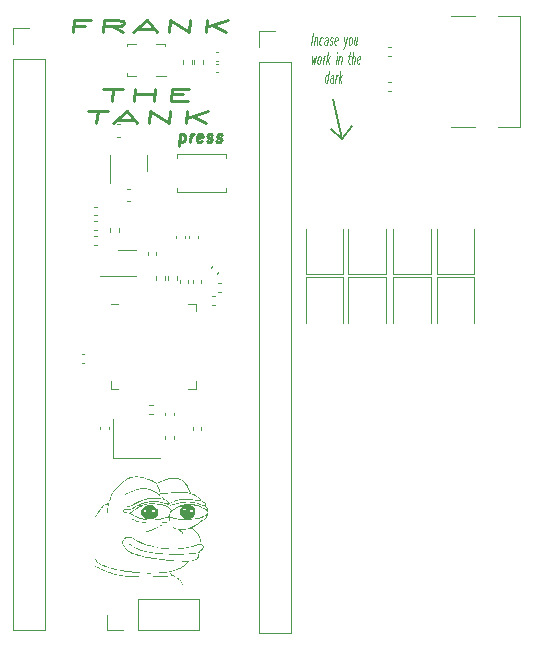
<source format=gbr>
%TF.GenerationSoftware,KiCad,Pcbnew,7.0.10*%
%TF.CreationDate,2025-11-23T12:01:09-06:00*%
%TF.ProjectId,FrankDevBoard,4672616e-6b44-4657-9642-6f6172642e6b,rev?*%
%TF.SameCoordinates,Original*%
%TF.FileFunction,Legend,Top*%
%TF.FilePolarity,Positive*%
%FSLAX46Y46*%
G04 Gerber Fmt 4.6, Leading zero omitted, Abs format (unit mm)*
G04 Created by KiCad (PCBNEW 7.0.10) date 2025-11-23 12:01:09*
%MOMM*%
%LPD*%
G01*
G04 APERTURE LIST*
%ADD10C,0.150000*%
%ADD11C,0.100000*%
%ADD12C,0.250000*%
%ADD13C,0.120000*%
G04 APERTURE END LIST*
D10*
X202900000Y-56300000D02*
X203700000Y-55200000D01*
X202000000Y-55500000D02*
X202900000Y-56300000D01*
X202900000Y-56300000D02*
X202000000Y-55500000D01*
X202100000Y-52900000D02*
X202900000Y-56300000D01*
D11*
X200278884Y-48352419D02*
X200403884Y-47352419D01*
X200600312Y-47685752D02*
X200516979Y-48352419D01*
X200588407Y-47780990D02*
X200618169Y-47733371D01*
X200618169Y-47733371D02*
X200671741Y-47685752D01*
X200671741Y-47685752D02*
X200743169Y-47685752D01*
X200743169Y-47685752D02*
X200784836Y-47733371D01*
X200784836Y-47733371D02*
X200796741Y-47828609D01*
X200796741Y-47828609D02*
X200731264Y-48352419D01*
X201189598Y-48304800D02*
X201136026Y-48352419D01*
X201136026Y-48352419D02*
X201040788Y-48352419D01*
X201040788Y-48352419D02*
X200999122Y-48304800D01*
X200999122Y-48304800D02*
X200981265Y-48257180D01*
X200981265Y-48257180D02*
X200969360Y-48161942D01*
X200969360Y-48161942D02*
X201005074Y-47876228D01*
X201005074Y-47876228D02*
X201040788Y-47780990D01*
X201040788Y-47780990D02*
X201070550Y-47733371D01*
X201070550Y-47733371D02*
X201124122Y-47685752D01*
X201124122Y-47685752D02*
X201219360Y-47685752D01*
X201219360Y-47685752D02*
X201261026Y-47733371D01*
X201612216Y-48352419D02*
X201677693Y-47828609D01*
X201677693Y-47828609D02*
X201665788Y-47733371D01*
X201665788Y-47733371D02*
X201624121Y-47685752D01*
X201624121Y-47685752D02*
X201528883Y-47685752D01*
X201528883Y-47685752D02*
X201475312Y-47733371D01*
X201618169Y-48304800D02*
X201564597Y-48352419D01*
X201564597Y-48352419D02*
X201445550Y-48352419D01*
X201445550Y-48352419D02*
X201403883Y-48304800D01*
X201403883Y-48304800D02*
X201391978Y-48209561D01*
X201391978Y-48209561D02*
X201403883Y-48114323D01*
X201403883Y-48114323D02*
X201439597Y-48019085D01*
X201439597Y-48019085D02*
X201493169Y-47971466D01*
X201493169Y-47971466D02*
X201612216Y-47971466D01*
X201612216Y-47971466D02*
X201665788Y-47923847D01*
X201832455Y-48304800D02*
X201874121Y-48352419D01*
X201874121Y-48352419D02*
X201969359Y-48352419D01*
X201969359Y-48352419D02*
X202022931Y-48304800D01*
X202022931Y-48304800D02*
X202058645Y-48209561D01*
X202058645Y-48209561D02*
X202064597Y-48161942D01*
X202064597Y-48161942D02*
X202052693Y-48066704D01*
X202052693Y-48066704D02*
X202011026Y-48019085D01*
X202011026Y-48019085D02*
X201939597Y-48019085D01*
X201939597Y-48019085D02*
X201897931Y-47971466D01*
X201897931Y-47971466D02*
X201886026Y-47876228D01*
X201886026Y-47876228D02*
X201891978Y-47828609D01*
X201891978Y-47828609D02*
X201927693Y-47733371D01*
X201927693Y-47733371D02*
X201981264Y-47685752D01*
X201981264Y-47685752D02*
X202052693Y-47685752D01*
X202052693Y-47685752D02*
X202094359Y-47733371D01*
X202451502Y-48304800D02*
X202397931Y-48352419D01*
X202397931Y-48352419D02*
X202302693Y-48352419D01*
X202302693Y-48352419D02*
X202261026Y-48304800D01*
X202261026Y-48304800D02*
X202249121Y-48209561D01*
X202249121Y-48209561D02*
X202296740Y-47828609D01*
X202296740Y-47828609D02*
X202332455Y-47733371D01*
X202332455Y-47733371D02*
X202386026Y-47685752D01*
X202386026Y-47685752D02*
X202481264Y-47685752D01*
X202481264Y-47685752D02*
X202522931Y-47733371D01*
X202522931Y-47733371D02*
X202534836Y-47828609D01*
X202534836Y-47828609D02*
X202522931Y-47923847D01*
X202522931Y-47923847D02*
X202272931Y-48019085D01*
X203100311Y-47685752D02*
X203136025Y-48352419D01*
X203338406Y-47685752D02*
X203136025Y-48352419D01*
X203136025Y-48352419D02*
X203058644Y-48590514D01*
X203058644Y-48590514D02*
X203028882Y-48638133D01*
X203028882Y-48638133D02*
X202975311Y-48685752D01*
X203516977Y-48352419D02*
X203475311Y-48304800D01*
X203475311Y-48304800D02*
X203457454Y-48257180D01*
X203457454Y-48257180D02*
X203445549Y-48161942D01*
X203445549Y-48161942D02*
X203481263Y-47876228D01*
X203481263Y-47876228D02*
X203516977Y-47780990D01*
X203516977Y-47780990D02*
X203546739Y-47733371D01*
X203546739Y-47733371D02*
X203600311Y-47685752D01*
X203600311Y-47685752D02*
X203671739Y-47685752D01*
X203671739Y-47685752D02*
X203713406Y-47733371D01*
X203713406Y-47733371D02*
X203731263Y-47780990D01*
X203731263Y-47780990D02*
X203743168Y-47876228D01*
X203743168Y-47876228D02*
X203707454Y-48161942D01*
X203707454Y-48161942D02*
X203671739Y-48257180D01*
X203671739Y-48257180D02*
X203641977Y-48304800D01*
X203641977Y-48304800D02*
X203588406Y-48352419D01*
X203588406Y-48352419D02*
X203516977Y-48352419D01*
X204195549Y-47685752D02*
X204112215Y-48352419D01*
X203981263Y-47685752D02*
X203915787Y-48209561D01*
X203915787Y-48209561D02*
X203927692Y-48304800D01*
X203927692Y-48304800D02*
X203969358Y-48352419D01*
X203969358Y-48352419D02*
X204040787Y-48352419D01*
X204040787Y-48352419D02*
X204094358Y-48304800D01*
X204094358Y-48304800D02*
X204124120Y-48257180D01*
X200314598Y-49295752D02*
X200326503Y-49962419D01*
X200326503Y-49962419D02*
X200481265Y-49486228D01*
X200481265Y-49486228D02*
X200516979Y-49962419D01*
X200516979Y-49962419D02*
X200695550Y-49295752D01*
X200874122Y-49962419D02*
X200832456Y-49914800D01*
X200832456Y-49914800D02*
X200814599Y-49867180D01*
X200814599Y-49867180D02*
X200802694Y-49771942D01*
X200802694Y-49771942D02*
X200838408Y-49486228D01*
X200838408Y-49486228D02*
X200874122Y-49390990D01*
X200874122Y-49390990D02*
X200903884Y-49343371D01*
X200903884Y-49343371D02*
X200957456Y-49295752D01*
X200957456Y-49295752D02*
X201028884Y-49295752D01*
X201028884Y-49295752D02*
X201070551Y-49343371D01*
X201070551Y-49343371D02*
X201088408Y-49390990D01*
X201088408Y-49390990D02*
X201100313Y-49486228D01*
X201100313Y-49486228D02*
X201064599Y-49771942D01*
X201064599Y-49771942D02*
X201028884Y-49867180D01*
X201028884Y-49867180D02*
X200999122Y-49914800D01*
X200999122Y-49914800D02*
X200945551Y-49962419D01*
X200945551Y-49962419D02*
X200874122Y-49962419D01*
X201255075Y-49962419D02*
X201338408Y-49295752D01*
X201314599Y-49486228D02*
X201350313Y-49390990D01*
X201350313Y-49390990D02*
X201380075Y-49343371D01*
X201380075Y-49343371D02*
X201433646Y-49295752D01*
X201433646Y-49295752D02*
X201481265Y-49295752D01*
X201564599Y-49962419D02*
X201689599Y-48962419D01*
X201659837Y-49581466D02*
X201755075Y-49962419D01*
X201838408Y-49295752D02*
X201600313Y-49676704D01*
X202350313Y-49962419D02*
X202433646Y-49295752D01*
X202475313Y-48962419D02*
X202445551Y-49010038D01*
X202445551Y-49010038D02*
X202463408Y-49057657D01*
X202463408Y-49057657D02*
X202493170Y-49010038D01*
X202493170Y-49010038D02*
X202475313Y-48962419D01*
X202475313Y-48962419D02*
X202463408Y-49057657D01*
X202671741Y-49295752D02*
X202588408Y-49962419D01*
X202659836Y-49390990D02*
X202689598Y-49343371D01*
X202689598Y-49343371D02*
X202743170Y-49295752D01*
X202743170Y-49295752D02*
X202814598Y-49295752D01*
X202814598Y-49295752D02*
X202856265Y-49343371D01*
X202856265Y-49343371D02*
X202868170Y-49438609D01*
X202868170Y-49438609D02*
X202802693Y-49962419D01*
X203433646Y-49295752D02*
X203624122Y-49295752D01*
X203546741Y-48962419D02*
X203439598Y-49819561D01*
X203439598Y-49819561D02*
X203451503Y-49914800D01*
X203451503Y-49914800D02*
X203493169Y-49962419D01*
X203493169Y-49962419D02*
X203540788Y-49962419D01*
X203707455Y-49962419D02*
X203832455Y-48962419D01*
X203921740Y-49962419D02*
X203987217Y-49438609D01*
X203987217Y-49438609D02*
X203975312Y-49343371D01*
X203975312Y-49343371D02*
X203933645Y-49295752D01*
X203933645Y-49295752D02*
X203862217Y-49295752D01*
X203862217Y-49295752D02*
X203808645Y-49343371D01*
X203808645Y-49343371D02*
X203778883Y-49390990D01*
X204356264Y-49914800D02*
X204302693Y-49962419D01*
X204302693Y-49962419D02*
X204207455Y-49962419D01*
X204207455Y-49962419D02*
X204165788Y-49914800D01*
X204165788Y-49914800D02*
X204153883Y-49819561D01*
X204153883Y-49819561D02*
X204201502Y-49438609D01*
X204201502Y-49438609D02*
X204237217Y-49343371D01*
X204237217Y-49343371D02*
X204290788Y-49295752D01*
X204290788Y-49295752D02*
X204386026Y-49295752D01*
X204386026Y-49295752D02*
X204427693Y-49343371D01*
X204427693Y-49343371D02*
X204439598Y-49438609D01*
X204439598Y-49438609D02*
X204427693Y-49533847D01*
X204427693Y-49533847D02*
X204177693Y-49629085D01*
X201636025Y-51572419D02*
X201761025Y-50572419D01*
X201641978Y-51524800D02*
X201588406Y-51572419D01*
X201588406Y-51572419D02*
X201493168Y-51572419D01*
X201493168Y-51572419D02*
X201451502Y-51524800D01*
X201451502Y-51524800D02*
X201433645Y-51477180D01*
X201433645Y-51477180D02*
X201421740Y-51381942D01*
X201421740Y-51381942D02*
X201457454Y-51096228D01*
X201457454Y-51096228D02*
X201493168Y-51000990D01*
X201493168Y-51000990D02*
X201522930Y-50953371D01*
X201522930Y-50953371D02*
X201576502Y-50905752D01*
X201576502Y-50905752D02*
X201671740Y-50905752D01*
X201671740Y-50905752D02*
X201713406Y-50953371D01*
X202088406Y-51572419D02*
X202153883Y-51048609D01*
X202153883Y-51048609D02*
X202141978Y-50953371D01*
X202141978Y-50953371D02*
X202100311Y-50905752D01*
X202100311Y-50905752D02*
X202005073Y-50905752D01*
X202005073Y-50905752D02*
X201951502Y-50953371D01*
X202094359Y-51524800D02*
X202040787Y-51572419D01*
X202040787Y-51572419D02*
X201921740Y-51572419D01*
X201921740Y-51572419D02*
X201880073Y-51524800D01*
X201880073Y-51524800D02*
X201868168Y-51429561D01*
X201868168Y-51429561D02*
X201880073Y-51334323D01*
X201880073Y-51334323D02*
X201915787Y-51239085D01*
X201915787Y-51239085D02*
X201969359Y-51191466D01*
X201969359Y-51191466D02*
X202088406Y-51191466D01*
X202088406Y-51191466D02*
X202141978Y-51143847D01*
X202326502Y-51572419D02*
X202409835Y-50905752D01*
X202386026Y-51096228D02*
X202421740Y-51000990D01*
X202421740Y-51000990D02*
X202451502Y-50953371D01*
X202451502Y-50953371D02*
X202505073Y-50905752D01*
X202505073Y-50905752D02*
X202552692Y-50905752D01*
X202636026Y-51572419D02*
X202761026Y-50572419D01*
X202731264Y-51191466D02*
X202826502Y-51572419D01*
X202909835Y-50905752D02*
X202671740Y-51286704D01*
D12*
X189179949Y-55897952D02*
X189054949Y-56897952D01*
X189173996Y-55945571D02*
X189275187Y-55897952D01*
X189275187Y-55897952D02*
X189465663Y-55897952D01*
X189465663Y-55897952D02*
X189554949Y-55945571D01*
X189554949Y-55945571D02*
X189596615Y-55993190D01*
X189596615Y-55993190D02*
X189632330Y-56088428D01*
X189632330Y-56088428D02*
X189596615Y-56374142D01*
X189596615Y-56374142D02*
X189537092Y-56469380D01*
X189537092Y-56469380D02*
X189483520Y-56517000D01*
X189483520Y-56517000D02*
X189382330Y-56564619D01*
X189382330Y-56564619D02*
X189191853Y-56564619D01*
X189191853Y-56564619D02*
X189102568Y-56517000D01*
X190001377Y-56564619D02*
X190084711Y-55897952D01*
X190060901Y-56088428D02*
X190120425Y-55993190D01*
X190120425Y-55993190D02*
X190173996Y-55945571D01*
X190173996Y-55945571D02*
X190275187Y-55897952D01*
X190275187Y-55897952D02*
X190370425Y-55897952D01*
X191007330Y-56517000D02*
X190906140Y-56564619D01*
X190906140Y-56564619D02*
X190715663Y-56564619D01*
X190715663Y-56564619D02*
X190626378Y-56517000D01*
X190626378Y-56517000D02*
X190590663Y-56421761D01*
X190590663Y-56421761D02*
X190638283Y-56040809D01*
X190638283Y-56040809D02*
X190697806Y-55945571D01*
X190697806Y-55945571D02*
X190798997Y-55897952D01*
X190798997Y-55897952D02*
X190989473Y-55897952D01*
X190989473Y-55897952D02*
X191078759Y-55945571D01*
X191078759Y-55945571D02*
X191114473Y-56040809D01*
X191114473Y-56040809D02*
X191102568Y-56136047D01*
X191102568Y-56136047D02*
X190614473Y-56231285D01*
X191435902Y-56517000D02*
X191525187Y-56564619D01*
X191525187Y-56564619D02*
X191715664Y-56564619D01*
X191715664Y-56564619D02*
X191816854Y-56517000D01*
X191816854Y-56517000D02*
X191876378Y-56421761D01*
X191876378Y-56421761D02*
X191882330Y-56374142D01*
X191882330Y-56374142D02*
X191846616Y-56278904D01*
X191846616Y-56278904D02*
X191757330Y-56231285D01*
X191757330Y-56231285D02*
X191614473Y-56231285D01*
X191614473Y-56231285D02*
X191525187Y-56183666D01*
X191525187Y-56183666D02*
X191489473Y-56088428D01*
X191489473Y-56088428D02*
X191495426Y-56040809D01*
X191495426Y-56040809D02*
X191554949Y-55945571D01*
X191554949Y-55945571D02*
X191656140Y-55897952D01*
X191656140Y-55897952D02*
X191798997Y-55897952D01*
X191798997Y-55897952D02*
X191888283Y-55945571D01*
X192245426Y-56517000D02*
X192334711Y-56564619D01*
X192334711Y-56564619D02*
X192525188Y-56564619D01*
X192525188Y-56564619D02*
X192626378Y-56517000D01*
X192626378Y-56517000D02*
X192685902Y-56421761D01*
X192685902Y-56421761D02*
X192691854Y-56374142D01*
X192691854Y-56374142D02*
X192656140Y-56278904D01*
X192656140Y-56278904D02*
X192566854Y-56231285D01*
X192566854Y-56231285D02*
X192423997Y-56231285D01*
X192423997Y-56231285D02*
X192334711Y-56183666D01*
X192334711Y-56183666D02*
X192298997Y-56088428D01*
X192298997Y-56088428D02*
X192304950Y-56040809D01*
X192304950Y-56040809D02*
X192364473Y-55945571D01*
X192364473Y-55945571D02*
X192465664Y-55897952D01*
X192465664Y-55897952D02*
X192608521Y-55897952D01*
X192608521Y-55897952D02*
X192697807Y-55945571D01*
X181369234Y-53964619D02*
X183083520Y-53964619D01*
X182101377Y-54964619D02*
X182226377Y-53964619D01*
X183851377Y-54678904D02*
X185279948Y-54678904D01*
X183529948Y-54964619D02*
X184654948Y-53964619D01*
X184654948Y-53964619D02*
X185529948Y-54964619D01*
X186529949Y-54964619D02*
X186654949Y-53964619D01*
X186654949Y-53964619D02*
X188244235Y-54964619D01*
X188244235Y-54964619D02*
X188369235Y-53964619D01*
X189672806Y-54964619D02*
X189797806Y-53964619D01*
X191387092Y-54964619D02*
X190172806Y-54393190D01*
X191512092Y-53964619D02*
X189726377Y-54536047D01*
X182669234Y-52064619D02*
X184383520Y-52064619D01*
X183401377Y-53064619D02*
X183526377Y-52064619D01*
X185258520Y-53064619D02*
X185383520Y-52064619D01*
X185323996Y-52540809D02*
X187038282Y-52540809D01*
X186972806Y-53064619D02*
X187097806Y-52064619D01*
X188466853Y-52540809D02*
X189466853Y-52540809D01*
X189829948Y-53064619D02*
X188401377Y-53064619D01*
X188401377Y-53064619D02*
X188526377Y-52064619D01*
X188526377Y-52064619D02*
X189954948Y-52064619D01*
X181138282Y-46740809D02*
X180138282Y-46740809D01*
X180072806Y-47264619D02*
X180197806Y-46264619D01*
X180197806Y-46264619D02*
X181626377Y-46264619D01*
X184358521Y-47264619D02*
X183418044Y-46788428D01*
X182644235Y-47264619D02*
X182769235Y-46264619D01*
X182769235Y-46264619D02*
X183912092Y-46264619D01*
X183912092Y-46264619D02*
X184191854Y-46312238D01*
X184191854Y-46312238D02*
X184328759Y-46359857D01*
X184328759Y-46359857D02*
X184459711Y-46455095D01*
X184459711Y-46455095D02*
X184441854Y-46597952D01*
X184441854Y-46597952D02*
X184287092Y-46693190D01*
X184287092Y-46693190D02*
X184138282Y-46740809D01*
X184138282Y-46740809D02*
X183846616Y-46788428D01*
X183846616Y-46788428D02*
X182703759Y-46788428D01*
X185537092Y-46978904D02*
X186965663Y-46978904D01*
X185215663Y-47264619D02*
X186340663Y-46264619D01*
X186340663Y-46264619D02*
X187215663Y-47264619D01*
X188215664Y-47264619D02*
X188340664Y-46264619D01*
X188340664Y-46264619D02*
X189929950Y-47264619D01*
X189929950Y-47264619D02*
X190054950Y-46264619D01*
X191358521Y-47264619D02*
X191483521Y-46264619D01*
X193072807Y-47264619D02*
X191858521Y-46693190D01*
X193197807Y-46264619D02*
X191412092Y-46836047D01*
D11*
%TO.C,U2*%
X184700000Y-50950000D02*
X184700000Y-50730000D01*
X184700000Y-48250000D02*
X185420000Y-48250000D01*
X187900000Y-48250000D02*
X187180000Y-48250000D01*
X185420000Y-50950000D02*
X184700000Y-50950000D01*
X187900000Y-48250000D02*
X187900000Y-48470000D01*
X188000000Y-50950000D02*
X187180000Y-50950000D01*
X184700000Y-48470000D02*
X184700000Y-48250000D01*
D13*
%TO.C,R9*%
X190160000Y-49666359D02*
X190160000Y-49973641D01*
X189400000Y-49666359D02*
X189400000Y-49973641D01*
%TO.C,R8*%
X191160000Y-49666359D02*
X191160000Y-49973641D01*
X190400000Y-49666359D02*
X190400000Y-49973641D01*
%TO.C,C19*%
X192407836Y-49960000D02*
X192192164Y-49960000D01*
X192407836Y-50680000D02*
X192192164Y-50680000D01*
%TO.C,C18*%
X192192164Y-49680000D02*
X192407836Y-49680000D01*
X192192164Y-48960000D02*
X192407836Y-48960000D01*
%TO.C,D1*%
X199815000Y-67785000D02*
X202985000Y-67785000D01*
X202985000Y-67785000D02*
X202985000Y-63900000D01*
X199815000Y-63900000D02*
X199815000Y-67785000D01*
%TO.C,J3*%
X195870000Y-47210000D02*
X197200000Y-47210000D01*
X195870000Y-48540000D02*
X195870000Y-47210000D01*
X195870000Y-49810000D02*
X195870000Y-98130000D01*
X195870000Y-49810000D02*
X198530000Y-49810000D01*
X195870000Y-98130000D02*
X198530000Y-98130000D01*
X198530000Y-49810000D02*
X198530000Y-98130000D01*
%TO.C,R1*%
X207053641Y-49280000D02*
X206746359Y-49280000D01*
X207053641Y-48520000D02*
X206746359Y-48520000D01*
%TO.C,*%
G36*
X185556211Y-84890640D02*
G01*
X185679373Y-84897014D01*
X185796204Y-84908908D01*
X185890111Y-84924240D01*
X186040980Y-84959542D01*
X186202357Y-85006820D01*
X186376032Y-85066726D01*
X186563793Y-85139912D01*
X186767427Y-85227030D01*
X186949953Y-85310466D01*
X187021938Y-85343508D01*
X187087612Y-85372319D01*
X187143405Y-85395441D01*
X187185752Y-85411416D01*
X187211084Y-85418785D01*
X187215561Y-85419016D01*
X187233786Y-85413086D01*
X187270749Y-85399211D01*
X187322681Y-85378870D01*
X187385815Y-85353547D01*
X187456382Y-85324720D01*
X187474301Y-85317323D01*
X187656216Y-85243865D01*
X187819803Y-85181870D01*
X187967868Y-85130607D01*
X188103219Y-85089348D01*
X188228662Y-85057363D01*
X188347005Y-85033923D01*
X188461054Y-85018298D01*
X188573617Y-85009759D01*
X188666570Y-85007534D01*
X188847628Y-85015849D01*
X189012398Y-85041794D01*
X189148463Y-85080708D01*
X189269328Y-85129672D01*
X189378839Y-85187249D01*
X189478513Y-85255256D01*
X189569865Y-85335515D01*
X189654413Y-85429845D01*
X189733673Y-85540064D01*
X189809160Y-85667994D01*
X189882392Y-85815454D01*
X189954884Y-85984264D01*
X190001709Y-86104658D01*
X190077785Y-86307005D01*
X190186515Y-86346091D01*
X190338397Y-86408639D01*
X190498972Y-86490357D01*
X190669347Y-86591867D01*
X190850630Y-86713791D01*
X190880835Y-86735316D01*
X190925453Y-86767727D01*
X190954116Y-86790912D01*
X190970704Y-86809858D01*
X190979096Y-86829554D01*
X190983169Y-86854986D01*
X190984534Y-86868662D01*
X190990634Y-86931940D01*
X191117210Y-86999039D01*
X191201527Y-87046755D01*
X191265038Y-87090723D01*
X191310316Y-87134180D01*
X191339935Y-87180358D01*
X191356469Y-87232493D01*
X191362490Y-87293819D01*
X191362660Y-87307527D01*
X191364538Y-87339867D01*
X191372250Y-87367527D01*
X191389042Y-87397858D01*
X191418161Y-87438216D01*
X191423358Y-87445022D01*
X191483390Y-87527740D01*
X191527101Y-87599999D01*
X191556484Y-87667467D01*
X191573529Y-87735809D01*
X191580228Y-87810694D01*
X191579066Y-87888146D01*
X191560720Y-88030736D01*
X191520636Y-88164435D01*
X191460024Y-88287327D01*
X191380092Y-88397501D01*
X191282047Y-88493042D01*
X191167098Y-88572035D01*
X191137031Y-88588370D01*
X191069876Y-88626604D01*
X191008505Y-88670042D01*
X190944572Y-88724840D01*
X190917435Y-88750338D01*
X190800907Y-88857843D01*
X190692519Y-88948588D01*
X190587157Y-89026301D01*
X190479710Y-89094710D01*
X190365067Y-89157544D01*
X190345548Y-89167412D01*
X190226992Y-89226728D01*
X190408336Y-89398929D01*
X190503999Y-89491603D01*
X190583074Y-89572549D01*
X190648314Y-89644916D01*
X190702471Y-89711853D01*
X190748297Y-89776509D01*
X190773997Y-89817269D01*
X190843044Y-89951623D01*
X190900211Y-90105064D01*
X190944643Y-90274914D01*
X190973316Y-90441684D01*
X190988404Y-90555283D01*
X191046272Y-90600279D01*
X191114141Y-90662758D01*
X191158033Y-90726548D01*
X191178372Y-90792782D01*
X191175581Y-90862594D01*
X191161756Y-90909926D01*
X191132611Y-90968195D01*
X191087842Y-91035590D01*
X191031784Y-91107206D01*
X190968773Y-91178135D01*
X190903146Y-91243473D01*
X190839239Y-91298313D01*
X190785890Y-91335161D01*
X190733090Y-91366104D01*
X190757349Y-91465285D01*
X190772200Y-91555448D01*
X190768527Y-91634454D01*
X190745045Y-91705559D01*
X190700465Y-91772020D01*
X190633499Y-91837094D01*
X190599866Y-91863684D01*
X190495619Y-91933248D01*
X190382912Y-91992567D01*
X190267703Y-92039172D01*
X190155948Y-92070594D01*
X190069695Y-92083404D01*
X189978343Y-92090320D01*
X189843998Y-92202914D01*
X189687621Y-92330222D01*
X189542800Y-92439978D01*
X189406495Y-92534178D01*
X189275665Y-92614823D01*
X189147271Y-92683912D01*
X189028492Y-92739068D01*
X188963292Y-92765653D01*
X188880718Y-92797047D01*
X188786797Y-92831144D01*
X188687555Y-92865842D01*
X188589021Y-92899036D01*
X188497219Y-92928621D01*
X188418176Y-92952494D01*
X188412842Y-92954021D01*
X188360410Y-92968956D01*
X188364043Y-93024632D01*
X188367675Y-93080308D01*
X188587272Y-93212590D01*
X188731182Y-93300354D01*
X188855329Y-93378782D01*
X188961657Y-93449675D01*
X189052112Y-93514833D01*
X189128639Y-93576059D01*
X189193183Y-93635152D01*
X189247691Y-93693914D01*
X189294107Y-93754145D01*
X189334377Y-93817648D01*
X189370446Y-93886221D01*
X189404260Y-93961668D01*
X189409160Y-93973452D01*
X189427862Y-94021143D01*
X189443485Y-94065178D01*
X189452824Y-94096490D01*
X189453142Y-94097888D01*
X189456878Y-94124133D01*
X189449366Y-94134373D01*
X189432637Y-94135927D01*
X189418520Y-94133298D01*
X189405927Y-94122763D01*
X189392337Y-94100350D01*
X189375229Y-94062086D01*
X189357154Y-94016979D01*
X189317704Y-93924491D01*
X189274989Y-93842640D01*
X189226351Y-93768606D01*
X189169128Y-93699575D01*
X189100660Y-93632730D01*
X189018287Y-93565253D01*
X188919348Y-93494329D01*
X188801184Y-93417139D01*
X188775199Y-93400820D01*
X188645932Y-93320072D01*
X188336006Y-93343524D01*
X187955922Y-93370326D01*
X187593521Y-93391727D01*
X187242749Y-93407966D01*
X186897548Y-93419281D01*
X186551865Y-93425913D01*
X186199643Y-93428101D01*
X186196109Y-93428101D01*
X185846771Y-93425732D01*
X185519463Y-93418388D01*
X185212257Y-93405719D01*
X184923228Y-93387379D01*
X184650447Y-93363018D01*
X184391990Y-93332289D01*
X184145927Y-93294844D01*
X183910334Y-93250336D01*
X183683282Y-93198415D01*
X183462845Y-93138735D01*
X183247096Y-93070947D01*
X183034109Y-92994703D01*
X182821955Y-92909655D01*
X182608710Y-92815455D01*
X182487783Y-92758425D01*
X182371814Y-92702448D01*
X182275981Y-92655869D01*
X182198382Y-92617616D01*
X182137114Y-92586622D01*
X182090273Y-92561815D01*
X182055956Y-92542125D01*
X182032260Y-92526484D01*
X182017281Y-92513821D01*
X182009117Y-92503066D01*
X182005862Y-92493149D01*
X182005475Y-92487312D01*
X182005927Y-92477824D01*
X182008872Y-92471658D01*
X182016700Y-92469724D01*
X182031796Y-92472929D01*
X182056549Y-92482182D01*
X182093346Y-92498390D01*
X182144573Y-92522463D01*
X182212619Y-92555307D01*
X182299871Y-92597831D01*
X182313520Y-92604494D01*
X182528904Y-92707545D01*
X182727920Y-92798151D01*
X182914279Y-92877732D01*
X183091692Y-92947705D01*
X183263870Y-93009488D01*
X183434524Y-93064501D01*
X183607366Y-93114161D01*
X183731748Y-93146524D01*
X183969076Y-93199361D01*
X184229340Y-93245009D01*
X184512157Y-93283458D01*
X184817141Y-93314694D01*
X185143908Y-93338703D01*
X185492074Y-93355474D01*
X185861255Y-93364994D01*
X186251065Y-93367250D01*
X186661122Y-93362229D01*
X187091039Y-93349918D01*
X187540434Y-93330305D01*
X188008920Y-93303377D01*
X188160278Y-93293385D01*
X188252502Y-93287041D01*
X188336914Y-93281097D01*
X188410423Y-93275781D01*
X188469940Y-93271320D01*
X188512373Y-93267945D01*
X188534632Y-93265883D01*
X188537086Y-93265514D01*
X188531735Y-93258566D01*
X188509017Y-93241962D01*
X188472680Y-93218276D01*
X188431751Y-93193221D01*
X188384010Y-93163427D01*
X188344333Y-93136217D01*
X188317391Y-93114949D01*
X188308090Y-93104328D01*
X188302941Y-93079053D01*
X188300591Y-93044110D01*
X188300576Y-93041367D01*
X188300576Y-92997985D01*
X188233996Y-93005810D01*
X187873410Y-93044779D01*
X187530865Y-93074469D01*
X187201844Y-93094909D01*
X186881832Y-93106128D01*
X186566315Y-93108155D01*
X186250777Y-93101018D01*
X185930703Y-93084746D01*
X185601578Y-93059367D01*
X185258887Y-93024911D01*
X185256724Y-93024670D01*
X184930334Y-92985404D01*
X184610235Y-92941029D01*
X184299996Y-92892146D01*
X184003187Y-92839355D01*
X183723378Y-92783254D01*
X183464137Y-92724443D01*
X183452176Y-92721539D01*
X183218692Y-92660447D01*
X183008036Y-92596230D01*
X182818758Y-92528155D01*
X182649405Y-92455492D01*
X182498523Y-92377508D01*
X182364662Y-92293472D01*
X182246369Y-92202653D01*
X182142191Y-92104320D01*
X182074502Y-92027716D01*
X182040671Y-91985245D01*
X182020086Y-91955135D01*
X182009844Y-91931453D01*
X182007043Y-91908269D01*
X182007785Y-91891356D01*
X182011575Y-91841176D01*
X182066474Y-91917063D01*
X182148005Y-92018984D01*
X182240188Y-92113217D01*
X182344456Y-92200466D01*
X182462241Y-92281435D01*
X182594978Y-92356827D01*
X182744098Y-92427347D01*
X182911036Y-92493697D01*
X183097223Y-92556582D01*
X183304092Y-92616705D01*
X183533078Y-92674769D01*
X183676849Y-92707839D01*
X183986087Y-92772173D01*
X184307714Y-92830650D01*
X184638059Y-92882907D01*
X184973452Y-92928582D01*
X185310223Y-92967309D01*
X185644701Y-92998726D01*
X185973216Y-93022470D01*
X186292098Y-93038177D01*
X186597677Y-93045483D01*
X186886283Y-93044026D01*
X187028349Y-93039688D01*
X187154822Y-93033924D01*
X187286223Y-93026684D01*
X187419992Y-93018203D01*
X187553571Y-93008715D01*
X187684401Y-92998457D01*
X187809924Y-92987663D01*
X187927581Y-92976569D01*
X188034813Y-92965409D01*
X188129062Y-92954419D01*
X188207769Y-92943834D01*
X188268376Y-92933888D01*
X188308323Y-92924818D01*
X188318876Y-92921085D01*
X188342059Y-92912286D01*
X188384088Y-92897790D01*
X188440491Y-92879083D01*
X188506795Y-92857649D01*
X188572854Y-92836750D01*
X188745854Y-92780093D01*
X188899513Y-92723799D01*
X189038709Y-92665281D01*
X189168320Y-92601948D01*
X189293226Y-92531212D01*
X189418304Y-92450482D01*
X189548434Y-92357171D01*
X189688494Y-92248687D01*
X189703554Y-92236648D01*
X189868251Y-92104659D01*
X189471758Y-92096017D01*
X189146781Y-92086128D01*
X188829975Y-92070564D01*
X188515009Y-92048831D01*
X188195555Y-92020433D01*
X187865282Y-91984874D01*
X187544188Y-91945116D01*
X187224939Y-91901079D01*
X186920214Y-91854436D01*
X186631009Y-91805416D01*
X186358321Y-91754249D01*
X186103146Y-91701165D01*
X185866482Y-91646392D01*
X185649324Y-91590160D01*
X185452669Y-91532699D01*
X185277514Y-91474238D01*
X185124855Y-91415007D01*
X185006628Y-91360782D01*
X184848074Y-91271563D01*
X184710629Y-91172959D01*
X184592045Y-91062652D01*
X184490076Y-90938321D01*
X184402476Y-90797647D01*
X184342774Y-90675305D01*
X184320620Y-90622022D01*
X184307457Y-90580058D01*
X184301031Y-90539080D01*
X184299089Y-90488753D01*
X184299039Y-90474808D01*
X184299152Y-90472678D01*
X184360038Y-90472678D01*
X184360937Y-90514477D01*
X184364918Y-90548926D01*
X184373908Y-90583031D01*
X184389832Y-90623797D01*
X184414618Y-90678229D01*
X184419292Y-90688160D01*
X184491494Y-90825042D01*
X184571534Y-90943680D01*
X184662762Y-91047437D01*
X184768524Y-91139675D01*
X184892169Y-91223757D01*
X185026061Y-91297539D01*
X185172360Y-91364454D01*
X185342133Y-91429439D01*
X185535484Y-91492520D01*
X185752517Y-91553720D01*
X185993335Y-91613066D01*
X186258044Y-91670583D01*
X186546747Y-91726295D01*
X186859548Y-91780228D01*
X187196551Y-91832406D01*
X187306292Y-91848278D01*
X187718510Y-91903310D01*
X188113520Y-91948644D01*
X188490205Y-91984180D01*
X188847446Y-92009818D01*
X189184127Y-92025459D01*
X189331460Y-92029263D01*
X189476086Y-92031795D01*
X189603678Y-92033622D01*
X189713100Y-92034740D01*
X189803212Y-92035146D01*
X189872876Y-92034837D01*
X189920955Y-92033810D01*
X189946310Y-92032061D01*
X189950037Y-92031007D01*
X189964513Y-92027446D01*
X189997024Y-92023882D01*
X190041214Y-92020966D01*
X190052718Y-92020442D01*
X190136488Y-92009703D01*
X190227905Y-91985619D01*
X190322357Y-91950569D01*
X190415230Y-91906930D01*
X190501910Y-91857083D01*
X190577785Y-91803405D01*
X190638240Y-91748276D01*
X190675788Y-91699158D01*
X190702009Y-91630735D01*
X190707899Y-91551216D01*
X190693275Y-91463267D01*
X190692278Y-91459673D01*
X190675558Y-91400278D01*
X190613499Y-91407477D01*
X190561771Y-91412953D01*
X190489879Y-91419813D01*
X190401999Y-91427719D01*
X190302305Y-91436331D01*
X190194972Y-91445310D01*
X190084175Y-91454317D01*
X189974090Y-91463013D01*
X189868891Y-91471057D01*
X189772753Y-91478112D01*
X189689851Y-91483836D01*
X189624360Y-91487892D01*
X189623308Y-91487951D01*
X189317853Y-91501744D01*
X189009584Y-91509356D01*
X188700736Y-91510948D01*
X188393543Y-91506684D01*
X188090240Y-91496723D01*
X187793060Y-91481229D01*
X187504238Y-91460362D01*
X187226009Y-91434286D01*
X186960607Y-91403160D01*
X186710265Y-91367147D01*
X186477219Y-91326410D01*
X186263703Y-91281109D01*
X186071951Y-91231406D01*
X186069499Y-91230699D01*
X185884795Y-91171742D01*
X185707029Y-91102928D01*
X185531566Y-91022027D01*
X185353764Y-90926808D01*
X185168987Y-90815042D01*
X185067627Y-90748991D01*
X184990434Y-90697545D01*
X184931330Y-90657846D01*
X184888145Y-90628042D01*
X184858709Y-90606283D01*
X184840851Y-90590718D01*
X184832402Y-90579495D01*
X184831191Y-90570763D01*
X184835049Y-90562671D01*
X184840470Y-90555218D01*
X184847891Y-90546950D01*
X184857221Y-90543783D01*
X184871656Y-90547265D01*
X184894394Y-90558943D01*
X184928631Y-90580364D01*
X184977565Y-90613076D01*
X185020730Y-90642467D01*
X185172830Y-90743798D01*
X185311966Y-90830753D01*
X185442857Y-90905774D01*
X185570218Y-90971299D01*
X185698768Y-91029769D01*
X185833222Y-91083624D01*
X185964313Y-91130550D01*
X186138749Y-91183871D01*
X186335283Y-91232644D01*
X186552014Y-91276745D01*
X186787044Y-91316051D01*
X187038474Y-91350436D01*
X187304406Y-91379777D01*
X187582941Y-91403950D01*
X187872180Y-91422830D01*
X188170225Y-91436293D01*
X188475176Y-91444215D01*
X188785135Y-91446472D01*
X189098203Y-91442940D01*
X189412482Y-91433493D01*
X189726072Y-91418009D01*
X190032949Y-91396693D01*
X190154939Y-91386687D01*
X190269714Y-91376761D01*
X190374954Y-91367151D01*
X190468339Y-91358094D01*
X190547549Y-91349825D01*
X190610263Y-91342582D01*
X190654160Y-91336599D01*
X190676921Y-91332114D01*
X190679539Y-91330861D01*
X190693197Y-91319860D01*
X190718547Y-91302933D01*
X190722238Y-91300626D01*
X190817666Y-91232470D01*
X190909266Y-91150254D01*
X190991281Y-91059952D01*
X191057955Y-90967539D01*
X191080247Y-90929067D01*
X191109298Y-90861087D01*
X191117134Y-90802665D01*
X191103063Y-90750161D01*
X191066393Y-90699935D01*
X191030386Y-90667012D01*
X190978262Y-90624300D01*
X190686286Y-90708862D01*
X190436976Y-90779448D01*
X190207195Y-90840905D01*
X189994051Y-90893722D01*
X189794649Y-90938387D01*
X189606094Y-90975387D01*
X189425493Y-91005211D01*
X189249950Y-91028348D01*
X189076572Y-91045284D01*
X188902465Y-91056509D01*
X188724733Y-91062510D01*
X188581172Y-91063878D01*
X188201282Y-91053501D01*
X187814940Y-91022904D01*
X187427514Y-90972847D01*
X187044377Y-90904091D01*
X186670898Y-90817394D01*
X186490976Y-90767996D01*
X186257592Y-90694146D01*
X186036336Y-90610577D01*
X185821830Y-90514783D01*
X185608697Y-90404259D01*
X185391559Y-90276500D01*
X185271245Y-90199788D01*
X185210561Y-90160446D01*
X185164852Y-90132250D01*
X185128788Y-90112813D01*
X185097044Y-90099745D01*
X185064291Y-90090660D01*
X185025202Y-90083168D01*
X185002849Y-90079473D01*
X184871625Y-90064169D01*
X184757532Y-90064165D01*
X184658312Y-90079943D01*
X184571710Y-90111987D01*
X184495471Y-90160779D01*
X184455504Y-90196551D01*
X184410010Y-90252672D01*
X184380069Y-90316959D01*
X184364014Y-90394238D01*
X184360038Y-90472678D01*
X184299152Y-90472678D01*
X184304166Y-90377790D01*
X184320647Y-90298040D01*
X184350135Y-90230442D01*
X184394280Y-90169877D01*
X184399211Y-90164396D01*
X184474409Y-90096805D01*
X184560335Y-90047867D01*
X184659011Y-90016897D01*
X184772454Y-90003213D01*
X184872430Y-90004094D01*
X184959365Y-90009932D01*
X185028295Y-90017962D01*
X185085614Y-90030198D01*
X185137718Y-90048654D01*
X185190998Y-90075341D01*
X185251851Y-90112274D01*
X185285513Y-90134157D01*
X185486881Y-90261354D01*
X185679411Y-90371470D01*
X185868574Y-90467192D01*
X186059835Y-90551208D01*
X186258662Y-90626204D01*
X186348607Y-90656597D01*
X186599383Y-90732313D01*
X186863083Y-90799428D01*
X187142082Y-90858423D01*
X187438756Y-90909778D01*
X187755480Y-90953972D01*
X187910182Y-90972210D01*
X187980733Y-90978418D01*
X188070015Y-90983669D01*
X188174139Y-90987943D01*
X188289219Y-90991219D01*
X188411369Y-90993479D01*
X188536702Y-90994701D01*
X188661331Y-90994866D01*
X188781369Y-90993953D01*
X188892929Y-90991942D01*
X188992125Y-90988814D01*
X189075070Y-90984548D01*
X189137876Y-90979124D01*
X189142363Y-90978583D01*
X189361534Y-90948809D01*
X189575260Y-90914264D01*
X189787841Y-90873990D01*
X190003579Y-90827032D01*
X190226774Y-90772432D01*
X190461728Y-90709233D01*
X190712741Y-90636478D01*
X190804587Y-90608761D01*
X190856003Y-90593206D01*
X190891108Y-90580219D01*
X190912200Y-90565189D01*
X190921579Y-90543504D01*
X190921545Y-90510553D01*
X190914396Y-90461724D01*
X190904981Y-90407434D01*
X190879660Y-90275522D01*
X190850336Y-90157286D01*
X190815160Y-90049660D01*
X190772285Y-89949576D01*
X190719863Y-89853965D01*
X190656045Y-89759761D01*
X190578983Y-89663895D01*
X190486830Y-89563300D01*
X190377736Y-89454909D01*
X190270845Y-89354848D01*
X190161047Y-89254123D01*
X190002449Y-89304372D01*
X189854745Y-89346653D01*
X189707277Y-89380331D01*
X189564678Y-89404691D01*
X189431582Y-89419017D01*
X189312621Y-89422596D01*
X189254725Y-89419710D01*
X189160663Y-89411689D01*
X189233861Y-89459784D01*
X189323613Y-89531584D01*
X189394874Y-89615982D01*
X189445510Y-89710214D01*
X189460456Y-89753224D01*
X189469765Y-89787645D01*
X189469888Y-89806019D01*
X189458573Y-89815695D01*
X189439283Y-89822260D01*
X189420396Y-89824180D01*
X189409807Y-89810951D01*
X189404245Y-89790226D01*
X189375108Y-89707645D01*
X189326417Y-89629071D01*
X189262884Y-89561060D01*
X189212475Y-89523478D01*
X189165409Y-89494010D01*
X189115691Y-89462817D01*
X189091202Y-89447422D01*
X189058205Y-89424494D01*
X189034607Y-89404086D01*
X189027535Y-89394693D01*
X189011238Y-89379548D01*
X189003078Y-89378002D01*
X188978552Y-89373790D01*
X188936585Y-89362310D01*
X188882412Y-89345297D01*
X188821268Y-89324487D01*
X188758391Y-89301614D01*
X188699016Y-89278414D01*
X188684673Y-89272490D01*
X188631577Y-89248793D01*
X188598820Y-89230232D01*
X188583381Y-89214887D01*
X188581172Y-89206704D01*
X188586348Y-89184346D01*
X188591961Y-89177577D01*
X188606671Y-89179403D01*
X188639457Y-89189063D01*
X188685839Y-89205076D01*
X188741340Y-89225965D01*
X188756618Y-89231975D01*
X188855354Y-89270048D01*
X188938530Y-89298835D01*
X189012601Y-89319573D01*
X189084022Y-89333498D01*
X189159248Y-89341846D01*
X189244733Y-89345852D01*
X189346932Y-89346753D01*
X189355859Y-89346729D01*
X189441780Y-89346096D01*
X189509191Y-89344492D01*
X189563982Y-89341388D01*
X189612038Y-89336254D01*
X189659247Y-89328562D01*
X189711497Y-89317782D01*
X189734020Y-89312738D01*
X189933617Y-89259787D01*
X190124285Y-89194056D01*
X190302180Y-89117168D01*
X190463456Y-89030748D01*
X190575840Y-88957338D01*
X190628248Y-88918008D01*
X190685146Y-88872324D01*
X190743389Y-88823154D01*
X190799832Y-88773367D01*
X190851330Y-88725831D01*
X190894739Y-88683416D01*
X190926913Y-88648990D01*
X190944709Y-88625421D01*
X190947234Y-88618564D01*
X190954336Y-88600448D01*
X190961709Y-88597214D01*
X190977801Y-88592112D01*
X191010503Y-88578320D01*
X191054626Y-88558112D01*
X191092167Y-88540075D01*
X191208814Y-88471286D01*
X191306187Y-88388037D01*
X191385712Y-88288786D01*
X191448813Y-88171991D01*
X191462248Y-88139721D01*
X191486310Y-88078722D01*
X191415369Y-88147183D01*
X191336177Y-88215739D01*
X191248054Y-88276329D01*
X191148924Y-88329676D01*
X191036713Y-88376504D01*
X190909345Y-88417538D01*
X190764744Y-88453501D01*
X190600836Y-88485117D01*
X190415544Y-88513111D01*
X190337944Y-88523091D01*
X190028592Y-88554017D01*
X189734224Y-88568803D01*
X189455587Y-88567467D01*
X189193424Y-88550024D01*
X188948481Y-88516487D01*
X188825168Y-88492032D01*
X188767300Y-88477922D01*
X188693635Y-88458068D01*
X188610899Y-88434466D01*
X188525820Y-88409118D01*
X188445127Y-88384021D01*
X188375546Y-88361175D01*
X188329531Y-88344777D01*
X188322067Y-88351308D01*
X188317999Y-88378903D01*
X188317124Y-88429065D01*
X188317204Y-88435411D01*
X188310849Y-88521930D01*
X188287706Y-88593256D01*
X188245894Y-88653511D01*
X188198356Y-88696051D01*
X188137553Y-88734252D01*
X188062130Y-88767263D01*
X187969893Y-88795716D01*
X187858650Y-88820242D01*
X187726206Y-88841474D01*
X187666186Y-88849261D01*
X187596294Y-88855864D01*
X187506010Y-88861375D01*
X187399319Y-88865774D01*
X187280204Y-88869040D01*
X187152650Y-88871154D01*
X187020641Y-88872094D01*
X186888161Y-88871840D01*
X186759195Y-88870373D01*
X186637727Y-88867671D01*
X186527741Y-88863714D01*
X186433221Y-88858481D01*
X186397406Y-88855757D01*
X186193933Y-88836053D01*
X186011347Y-88812696D01*
X185846305Y-88784897D01*
X185695461Y-88751865D01*
X185555472Y-88712811D01*
X185422994Y-88666946D01*
X185294684Y-88613478D01*
X185217732Y-88577137D01*
X185155470Y-88546307D01*
X185112124Y-88523935D01*
X185084682Y-88507787D01*
X185070128Y-88495629D01*
X185065446Y-88485227D01*
X185067624Y-88474345D01*
X185070386Y-88467932D01*
X185082612Y-88447156D01*
X185091079Y-88441479D01*
X185104031Y-88448055D01*
X185134368Y-88463518D01*
X185177747Y-88485653D01*
X185229824Y-88512243D01*
X185237272Y-88516048D01*
X185368487Y-88577344D01*
X185507471Y-88630728D01*
X185656079Y-88676504D01*
X185816168Y-88714976D01*
X185989592Y-88746449D01*
X186178207Y-88771228D01*
X186383868Y-88789618D01*
X186608432Y-88801923D01*
X186853753Y-88808448D01*
X187025696Y-88809734D01*
X187235348Y-88808029D01*
X187421958Y-88802395D01*
X187586600Y-88792621D01*
X187730348Y-88778498D01*
X187854275Y-88759816D01*
X187959454Y-88736364D01*
X188046958Y-88707934D01*
X188117861Y-88674315D01*
X188173236Y-88635297D01*
X188214157Y-88590671D01*
X188224253Y-88575371D01*
X188242332Y-88528534D01*
X188251705Y-88466737D01*
X188251662Y-88398074D01*
X188244534Y-88344455D01*
X188237292Y-88308243D01*
X188082170Y-88365880D01*
X187862374Y-88442135D01*
X187653592Y-88502811D01*
X187449330Y-88549321D01*
X187243094Y-88583081D01*
X187028391Y-88605508D01*
X186960946Y-88610263D01*
X186694577Y-88616625D01*
X186436526Y-88601616D01*
X186187999Y-88565396D01*
X185950206Y-88508125D01*
X185789606Y-88455162D01*
X185721708Y-88428216D01*
X185639684Y-88392656D01*
X185547748Y-88350580D01*
X185450113Y-88304086D01*
X185350994Y-88255271D01*
X185254604Y-88206235D01*
X185165157Y-88159074D01*
X185086867Y-88115888D01*
X185023948Y-88078773D01*
X184992225Y-88058164D01*
X184961605Y-88044694D01*
X184909548Y-88032191D01*
X184834759Y-88020364D01*
X184809228Y-88017092D01*
X184673766Y-87997747D01*
X184638373Y-87990793D01*
X185004582Y-87990793D01*
X185106253Y-88049838D01*
X185190328Y-88097039D01*
X185286632Y-88148413D01*
X185389600Y-88201208D01*
X185493668Y-88252670D01*
X185593271Y-88300049D01*
X185682846Y-88340590D01*
X185755849Y-88371158D01*
X185929711Y-88432395D01*
X186109706Y-88481140D01*
X186301923Y-88518864D01*
X186458405Y-88540885D01*
X186499859Y-88543748D01*
X186561161Y-88545207D01*
X186637807Y-88545391D01*
X186725294Y-88544427D01*
X186819118Y-88542443D01*
X186914775Y-88539567D01*
X187007763Y-88535927D01*
X187093577Y-88531650D01*
X187167714Y-88526865D01*
X187225671Y-88521699D01*
X187251393Y-88518378D01*
X187380608Y-88495716D01*
X187515263Y-88467807D01*
X187645587Y-88436830D01*
X187761808Y-88404965D01*
X187767042Y-88403397D01*
X187807745Y-88390554D01*
X187861047Y-88372883D01*
X187922741Y-88351873D01*
X187988620Y-88329012D01*
X188054479Y-88305791D01*
X188116110Y-88283698D01*
X188130040Y-88278598D01*
X188305956Y-88278598D01*
X188306157Y-88289667D01*
X188312360Y-88287135D01*
X188312776Y-88282885D01*
X188323607Y-88281158D01*
X188353694Y-88287062D01*
X188399426Y-88299715D01*
X188456124Y-88317877D01*
X188666176Y-88383181D01*
X188862544Y-88432448D01*
X189020365Y-88462256D01*
X189090453Y-88473196D01*
X189147986Y-88481422D01*
X189198708Y-88487361D01*
X189248360Y-88491440D01*
X189302684Y-88494085D01*
X189367423Y-88495723D01*
X189448319Y-88496781D01*
X189490057Y-88497169D01*
X189697454Y-88498986D01*
X189681409Y-88493516D01*
X189971950Y-88493516D01*
X189978050Y-88499616D01*
X189984150Y-88493516D01*
X189979361Y-88488727D01*
X189990249Y-88488727D01*
X190093948Y-88481783D01*
X190149416Y-88477318D01*
X190219276Y-88470607D01*
X190293737Y-88462635D01*
X190350144Y-88455999D01*
X190455266Y-88441326D01*
X190566526Y-88422837D01*
X190678148Y-88401706D01*
X190784362Y-88379113D01*
X190879393Y-88356233D01*
X190957470Y-88334243D01*
X190974857Y-88328625D01*
X191112654Y-88274812D01*
X191230746Y-88211540D01*
X191332776Y-88136434D01*
X191422387Y-88047118D01*
X191441581Y-88024368D01*
X191511030Y-87939480D01*
X191439929Y-87851356D01*
X191339357Y-87744278D01*
X191218727Y-87647680D01*
X191077679Y-87561408D01*
X190915851Y-87485310D01*
X190732884Y-87419231D01*
X190528417Y-87363020D01*
X190302091Y-87316522D01*
X190112248Y-87287182D01*
X190063448Y-87280597D01*
X190136647Y-87319452D01*
X190198175Y-87359302D01*
X190262737Y-87413194D01*
X190324237Y-87474968D01*
X190376583Y-87538465D01*
X190413679Y-87597527D01*
X190415538Y-87601316D01*
X190435889Y-87651303D01*
X190455406Y-87711798D01*
X190469027Y-87766014D01*
X190480403Y-87879548D01*
X190469034Y-87991554D01*
X190436545Y-88099305D01*
X190384562Y-88200075D01*
X190314710Y-88291138D01*
X190228614Y-88369768D01*
X190127899Y-88433239D01*
X190051408Y-88466525D01*
X189990249Y-88488727D01*
X189979361Y-88488727D01*
X189978050Y-88487416D01*
X189971950Y-88493516D01*
X189681409Y-88493516D01*
X189617450Y-88471711D01*
X189497994Y-88419386D01*
X189395629Y-88349657D01*
X189310277Y-88262456D01*
X189241859Y-88157716D01*
X189232975Y-88140333D01*
X189208519Y-88075787D01*
X189496658Y-88075787D01*
X189502143Y-88103007D01*
X189514984Y-88117215D01*
X189542892Y-88124594D01*
X189571374Y-88113722D01*
X189589710Y-88089969D01*
X189588421Y-88065140D01*
X189569596Y-88045735D01*
X189540082Y-88038063D01*
X189533801Y-88038456D01*
X189507944Y-88051205D01*
X189496658Y-88075787D01*
X189208519Y-88075787D01*
X189190026Y-88026978D01*
X189170444Y-87909883D01*
X189174266Y-87791955D01*
X189174386Y-87791446D01*
X190021047Y-87791446D01*
X190031010Y-87841496D01*
X190058612Y-87883101D01*
X190087682Y-87911370D01*
X190115373Y-87923890D01*
X190143437Y-87926225D01*
X190182790Y-87922734D01*
X190216574Y-87914207D01*
X190219456Y-87912985D01*
X190257225Y-87883426D01*
X190280542Y-87839718D01*
X190287196Y-87788818D01*
X190275065Y-87737873D01*
X190245415Y-87698898D01*
X190203262Y-87675524D01*
X190154862Y-87667750D01*
X190106473Y-87675577D01*
X190064352Y-87699005D01*
X190034829Y-87737873D01*
X190021047Y-87791446D01*
X189174386Y-87791446D01*
X189201531Y-87676103D01*
X189206662Y-87663397D01*
X189454369Y-87663397D01*
X189468703Y-87704000D01*
X189488298Y-87726509D01*
X189532603Y-87750818D01*
X189579125Y-87751830D01*
X189621673Y-87730879D01*
X189652774Y-87693827D01*
X189663563Y-87652220D01*
X189655991Y-87611494D01*
X189632007Y-87577086D01*
X189593560Y-87554430D01*
X189556233Y-87548419D01*
X189511395Y-87558228D01*
X189477969Y-87584600D01*
X189458209Y-87621627D01*
X189454369Y-87663397D01*
X189206662Y-87663397D01*
X189226154Y-87615129D01*
X189261486Y-87554410D01*
X189311123Y-87488642D01*
X189368549Y-87425496D01*
X189427246Y-87372641D01*
X189441258Y-87362005D01*
X189469216Y-87341264D01*
X189478573Y-87332001D01*
X189470571Y-87331497D01*
X189453458Y-87335346D01*
X189370679Y-87359469D01*
X189273087Y-87394846D01*
X189166127Y-87439132D01*
X189055244Y-87489982D01*
X188945885Y-87545050D01*
X188870116Y-87586581D01*
X188820671Y-87615368D01*
X188762172Y-87650382D01*
X188698365Y-87689274D01*
X188632997Y-87729696D01*
X188569816Y-87769298D01*
X188512569Y-87805733D01*
X188465001Y-87836652D01*
X188430862Y-87859705D01*
X188413901Y-87872540D01*
X188406381Y-87888275D01*
X188394906Y-87922335D01*
X188380692Y-87970014D01*
X188364955Y-88026607D01*
X188348910Y-88087409D01*
X188333772Y-88147714D01*
X188320757Y-88202817D01*
X188311080Y-88248013D01*
X188305956Y-88278598D01*
X188130040Y-88278598D01*
X188169306Y-88264222D01*
X188209861Y-88248852D01*
X188233568Y-88239077D01*
X188237758Y-88236781D01*
X188241820Y-88224318D01*
X188250835Y-88191583D01*
X188263908Y-88141997D01*
X188280144Y-88078976D01*
X188298648Y-88005939D01*
X188308251Y-87967612D01*
X188374463Y-87702400D01*
X188334470Y-87660627D01*
X188280082Y-87611454D01*
X188209667Y-87559158D01*
X188130248Y-87508606D01*
X188058464Y-87469416D01*
X187938216Y-87417271D01*
X187798126Y-87370367D01*
X187642318Y-87329359D01*
X187474915Y-87294903D01*
X187300041Y-87267656D01*
X187121820Y-87248273D01*
X186944375Y-87237412D01*
X186771829Y-87235728D01*
X186630222Y-87242140D01*
X186460050Y-87259587D01*
X186299276Y-87286640D01*
X186144959Y-87324549D01*
X185994157Y-87374566D01*
X185843928Y-87437944D01*
X185691333Y-87515934D01*
X185533429Y-87609787D01*
X185367275Y-87720755D01*
X185189930Y-87850089D01*
X185175032Y-87861372D01*
X185004582Y-87990793D01*
X184638373Y-87990793D01*
X184561745Y-87975737D01*
X184472314Y-87950711D01*
X184404626Y-87922321D01*
X184357831Y-87890218D01*
X184331079Y-87854055D01*
X184324369Y-87822004D01*
X184386662Y-87822004D01*
X184391609Y-87839444D01*
X184408081Y-87854866D01*
X184446509Y-87876561D01*
X184507725Y-87897675D01*
X184592267Y-87918363D01*
X184700671Y-87938779D01*
X184700845Y-87938808D01*
X184777508Y-87951612D01*
X184835613Y-87959536D01*
X184880736Y-87961273D01*
X184918456Y-87955514D01*
X184954348Y-87940954D01*
X184993992Y-87916285D01*
X185042965Y-87880199D01*
X185083639Y-87849086D01*
X185265356Y-87714008D01*
X185434619Y-87596949D01*
X185594127Y-87496800D01*
X185746574Y-87412452D01*
X185894657Y-87342797D01*
X186041073Y-87286727D01*
X186188517Y-87243131D01*
X186339687Y-87210903D01*
X186497278Y-87188934D01*
X186663987Y-87176114D01*
X186726801Y-87173524D01*
X186958077Y-87173912D01*
X187192611Y-87189477D01*
X187424622Y-87219424D01*
X187648333Y-87262961D01*
X187857962Y-87319294D01*
X187909282Y-87335883D01*
X188069781Y-87400862D01*
X188213669Y-87482277D01*
X188339868Y-87579440D01*
X188425245Y-87665621D01*
X188455632Y-87699070D01*
X188479885Y-87723557D01*
X188493674Y-87734770D01*
X188494921Y-87735015D01*
X188507132Y-87728207D01*
X188536471Y-87710725D01*
X188579331Y-87684750D01*
X188632103Y-87652467D01*
X188672670Y-87627492D01*
X188869626Y-87513017D01*
X189060525Y-87416220D01*
X189243517Y-87337916D01*
X189416751Y-87278919D01*
X189532757Y-87249208D01*
X189594738Y-87239106D01*
X189675018Y-87231028D01*
X189767564Y-87225156D01*
X189866344Y-87221670D01*
X189965326Y-87220753D01*
X190058478Y-87222586D01*
X190139769Y-87227351D01*
X190167571Y-87230113D01*
X190344854Y-87256391D01*
X190523691Y-87294047D01*
X190699166Y-87341562D01*
X190866360Y-87397415D01*
X191020357Y-87460090D01*
X191156237Y-87528065D01*
X191184225Y-87544179D01*
X191266071Y-87600362D01*
X191355372Y-87675921D01*
X191404145Y-87722455D01*
X191524861Y-87841981D01*
X191517456Y-87779463D01*
X191507746Y-87732140D01*
X191490860Y-87678448D01*
X191478406Y-87647821D01*
X191451682Y-87596488D01*
X191419489Y-87545199D01*
X191385305Y-87498414D01*
X191352609Y-87460596D01*
X191324878Y-87436206D01*
X191308082Y-87429356D01*
X191289497Y-87425351D01*
X191251978Y-87413948D01*
X191199388Y-87396440D01*
X191135593Y-87374123D01*
X191064458Y-87348289D01*
X191050042Y-87342945D01*
X190852728Y-87272988D01*
X190665198Y-87213359D01*
X190490628Y-87164985D01*
X190332192Y-87128790D01*
X190283045Y-87119508D01*
X190225758Y-87109938D01*
X190172847Y-87102744D01*
X190119201Y-87097597D01*
X190059711Y-87094169D01*
X189989265Y-87092133D01*
X189902754Y-87091162D01*
X189837752Y-87090948D01*
X189714405Y-87092218D01*
X189597808Y-87096751D01*
X189484469Y-87105106D01*
X189370896Y-87117844D01*
X189253597Y-87135526D01*
X189129081Y-87158713D01*
X188993855Y-87187966D01*
X188844429Y-87223844D01*
X188677309Y-87266909D01*
X188580359Y-87292842D01*
X188501640Y-87313869D01*
X188431073Y-87332250D01*
X188371956Y-87347165D01*
X188327587Y-87357793D01*
X188301265Y-87363314D01*
X188295378Y-87363759D01*
X188289596Y-87349152D01*
X188286486Y-87335277D01*
X188286977Y-87326899D01*
X188292913Y-87318628D01*
X188306369Y-87309790D01*
X188329422Y-87299714D01*
X188364148Y-87287728D01*
X188412621Y-87273160D01*
X188476918Y-87255338D01*
X188559113Y-87233589D01*
X188661283Y-87207242D01*
X188758069Y-87182587D01*
X188953758Y-87135076D01*
X189131271Y-87096868D01*
X189294751Y-87067407D01*
X189448342Y-87046140D01*
X189596187Y-87032513D01*
X189742430Y-87025970D01*
X189891214Y-87025958D01*
X189922855Y-87026724D01*
X190054407Y-87032935D01*
X190181497Y-87044514D01*
X190307534Y-87062254D01*
X190435925Y-87086950D01*
X190570079Y-87119396D01*
X190713404Y-87160388D01*
X190869308Y-87210719D01*
X191041197Y-87271184D01*
X191160035Y-87315140D01*
X191212571Y-87334742D01*
X191256089Y-87350724D01*
X191285907Y-87361385D01*
X191297283Y-87365033D01*
X191299928Y-87354114D01*
X191301520Y-87326469D01*
X191301729Y-87309742D01*
X191297752Y-87258051D01*
X191284122Y-87213494D01*
X191258294Y-87173230D01*
X191217720Y-87134416D01*
X191159852Y-87094210D01*
X191082145Y-87049773D01*
X191056607Y-87036249D01*
X191027058Y-87020729D01*
X191001378Y-87007653D01*
X190977162Y-86996594D01*
X190952004Y-86987125D01*
X190923500Y-86978819D01*
X190889244Y-86971249D01*
X190846830Y-86963990D01*
X190793853Y-86956613D01*
X190727908Y-86948692D01*
X190646590Y-86939800D01*
X190547493Y-86929511D01*
X190428212Y-86917398D01*
X190331844Y-86907648D01*
X190122049Y-86887638D01*
X189933767Y-86872513D01*
X189764585Y-86862362D01*
X189612092Y-86857276D01*
X189473876Y-86857342D01*
X189347525Y-86862651D01*
X189230629Y-86873292D01*
X189120776Y-86889354D01*
X189015553Y-86910927D01*
X188912549Y-86938100D01*
X188832192Y-86963241D01*
X188777648Y-86983542D01*
X188706909Y-87013049D01*
X188625210Y-87049294D01*
X188537781Y-87089811D01*
X188449857Y-87132132D01*
X188366669Y-87173790D01*
X188293450Y-87212319D01*
X188240537Y-87242199D01*
X188174399Y-87281466D01*
X187947742Y-87213863D01*
X187735261Y-87153504D01*
X187541045Y-87105027D01*
X187362195Y-87068177D01*
X187195813Y-87042696D01*
X187038999Y-87028326D01*
X186888853Y-87024812D01*
X186742477Y-87031895D01*
X186596970Y-87049319D01*
X186449434Y-87076826D01*
X186435857Y-87079810D01*
X186341923Y-87102501D01*
X186247844Y-87129147D01*
X186151043Y-87160802D01*
X186048939Y-87198521D01*
X185938955Y-87243359D01*
X185818512Y-87296371D01*
X185685031Y-87358612D01*
X185535933Y-87431135D01*
X185368639Y-87514997D01*
X185355084Y-87521876D01*
X185258234Y-87570469D01*
X185168617Y-87614278D01*
X185088990Y-87652029D01*
X185022108Y-87682442D01*
X184970727Y-87704243D01*
X184937603Y-87716154D01*
X184933429Y-87717233D01*
X184837688Y-87732873D01*
X184730961Y-87740201D01*
X184625369Y-87738747D01*
X184555978Y-87731872D01*
X184498027Y-87725033D01*
X184458329Y-87726089D01*
X184431427Y-87737174D01*
X184411864Y-87760426D01*
X184395544Y-87794668D01*
X184386662Y-87822004D01*
X184324369Y-87822004D01*
X184323439Y-87817561D01*
X184330510Y-87791330D01*
X184348755Y-87753571D01*
X184373718Y-87711494D01*
X184400946Y-87672309D01*
X184425983Y-87643224D01*
X184436479Y-87634601D01*
X184455583Y-87628287D01*
X184478124Y-87636623D01*
X184495450Y-87648456D01*
X184512254Y-87659621D01*
X184530318Y-87667280D01*
X184554396Y-87672060D01*
X184589239Y-87674592D01*
X184639599Y-87675503D01*
X184699605Y-87675468D01*
X184774413Y-87673927D01*
X184839142Y-87669003D01*
X184898542Y-87659274D01*
X184957363Y-87643318D01*
X185020356Y-87619714D01*
X185092269Y-87587039D01*
X185177853Y-87543874D01*
X185228817Y-87517085D01*
X185427245Y-87413736D01*
X185608154Y-87323641D01*
X185773904Y-87245905D01*
X185926851Y-87179630D01*
X186069355Y-87123920D01*
X186203771Y-87077876D01*
X186332459Y-87040603D01*
X186457777Y-87011204D01*
X186582082Y-86988781D01*
X186638977Y-86980640D01*
X186792841Y-86965989D01*
X186949686Y-86962750D01*
X187112404Y-86971271D01*
X187283885Y-86991901D01*
X187467021Y-87024985D01*
X187664702Y-87070874D01*
X187879683Y-87129873D01*
X187970145Y-87156323D01*
X188039927Y-87176430D01*
X188091807Y-87190559D01*
X188128565Y-87199074D01*
X188152979Y-87202340D01*
X188167828Y-87200722D01*
X188175890Y-87194585D01*
X188179946Y-87184292D01*
X188182774Y-87170209D01*
X188182883Y-87169664D01*
X188181278Y-87118168D01*
X188170777Y-87088675D01*
X188145752Y-87053439D01*
X188105060Y-87014119D01*
X188055543Y-86976041D01*
X188004046Y-86944530D01*
X187962208Y-86926361D01*
X187925126Y-86910892D01*
X187895668Y-86892442D01*
X187889912Y-86887063D01*
X187866367Y-86870601D01*
X187829453Y-86854144D01*
X187807386Y-86846978D01*
X187744737Y-86833385D01*
X187661424Y-86821227D01*
X187561151Y-86810609D01*
X187447618Y-86801641D01*
X187324526Y-86794430D01*
X187195576Y-86789083D01*
X187064470Y-86785707D01*
X186934909Y-86784410D01*
X186810594Y-86785300D01*
X186695226Y-86788484D01*
X186592506Y-86794069D01*
X186506136Y-86802163D01*
X186465271Y-86808003D01*
X186286716Y-86845531D01*
X186106435Y-86898849D01*
X185934337Y-86963103D01*
X185886257Y-86982953D01*
X185839862Y-87002828D01*
X185792293Y-87024112D01*
X185740692Y-87048189D01*
X185682201Y-87076442D01*
X185613961Y-87110256D01*
X185533116Y-87151013D01*
X185436807Y-87200098D01*
X185322175Y-87258894D01*
X185302679Y-87268916D01*
X185196797Y-87322173D01*
X185107262Y-87364272D01*
X185029682Y-87396903D01*
X184959662Y-87421757D01*
X184892808Y-87440526D01*
X184824727Y-87454901D01*
X184814861Y-87456657D01*
X184758792Y-87466390D01*
X184722515Y-87471810D01*
X184701734Y-87472503D01*
X184692155Y-87468053D01*
X184689482Y-87458047D01*
X184689433Y-87444565D01*
X184690034Y-87430378D01*
X184694572Y-87420302D01*
X184707147Y-87412707D01*
X184731859Y-87405962D01*
X184772808Y-87398437D01*
X184827928Y-87389490D01*
X184871152Y-87381431D01*
X184914414Y-87370609D01*
X184960621Y-87355801D01*
X185012677Y-87335789D01*
X185073488Y-87309352D01*
X185145959Y-87275268D01*
X185232996Y-87232319D01*
X185337504Y-87179282D01*
X185378722Y-87158124D01*
X185539197Y-87076632D01*
X185681801Y-87006763D01*
X185809499Y-86947440D01*
X185925253Y-86897585D01*
X186032027Y-86856119D01*
X186132783Y-86821965D01*
X186230486Y-86794044D01*
X186328098Y-86771280D01*
X186428582Y-86752595D01*
X186534902Y-86736909D01*
X186537704Y-86736540D01*
X186632338Y-86727289D01*
X186746391Y-86721341D01*
X186875123Y-86718587D01*
X187013793Y-86718918D01*
X187157661Y-86722224D01*
X187301987Y-86728397D01*
X187442029Y-86737328D01*
X187573047Y-86748907D01*
X187690300Y-86763025D01*
X187690586Y-86763065D01*
X187745485Y-86770819D01*
X187623487Y-86664869D01*
X187449552Y-86518732D01*
X187332174Y-86427688D01*
X187440490Y-86427688D01*
X187477089Y-86458456D01*
X187498719Y-86476781D01*
X187534818Y-86507519D01*
X187581330Y-86547208D01*
X187634196Y-86592387D01*
X187668965Y-86622134D01*
X187720866Y-86666183D01*
X187766336Y-86704064D01*
X187802164Y-86733156D01*
X187825135Y-86750841D01*
X187831969Y-86755043D01*
X187844674Y-86762293D01*
X187870010Y-86781162D01*
X187897792Y-86803683D01*
X187941650Y-86836621D01*
X187980076Y-86855186D01*
X188021249Y-86863935D01*
X188034492Y-86871931D01*
X188056870Y-86890194D01*
X188059227Y-86892291D01*
X188085946Y-86915502D01*
X188122059Y-86945960D01*
X188147171Y-86966735D01*
X188204834Y-87029122D01*
X188246481Y-87106819D01*
X188255934Y-87134377D01*
X188261723Y-87139582D01*
X188276054Y-87138415D01*
X188301588Y-87129841D01*
X188340986Y-87112826D01*
X188396908Y-87086335D01*
X188462802Y-87053913D01*
X188540927Y-87016615D01*
X188625170Y-86978952D01*
X188707794Y-86944221D01*
X188781061Y-86915721D01*
X188816036Y-86903405D01*
X188913681Y-86873099D01*
X189010577Y-86847828D01*
X189109005Y-86827522D01*
X189211242Y-86812108D01*
X189319566Y-86801516D01*
X189436255Y-86795673D01*
X189563589Y-86794509D01*
X189703845Y-86797953D01*
X189859301Y-86805933D01*
X190032237Y-86818377D01*
X190224929Y-86835215D01*
X190411143Y-86853456D01*
X190506572Y-86863163D01*
X190597907Y-86872433D01*
X190681249Y-86880870D01*
X190752696Y-86888080D01*
X190808350Y-86893670D01*
X190844311Y-86897245D01*
X190848275Y-86897632D01*
X190925514Y-86905154D01*
X190921474Y-86870634D01*
X190916987Y-86855224D01*
X190905233Y-86838416D01*
X190883310Y-86817657D01*
X190848316Y-86790391D01*
X190797350Y-86754065D01*
X190758837Y-86727503D01*
X190599562Y-86623061D01*
X190449290Y-86535057D01*
X190303928Y-86462199D01*
X190159378Y-86403193D01*
X190011545Y-86356745D01*
X189856333Y-86321561D01*
X189689644Y-86296347D01*
X189507384Y-86279810D01*
X189313160Y-86270873D01*
X189117639Y-86269225D01*
X188901522Y-86274827D01*
X188667475Y-86287566D01*
X188418164Y-86307328D01*
X188385975Y-86310295D01*
X188328760Y-86315990D01*
X188256600Y-86323706D01*
X188172963Y-86333023D01*
X188081317Y-86343524D01*
X187985130Y-86354787D01*
X187887868Y-86366396D01*
X187792999Y-86377931D01*
X187703991Y-86388973D01*
X187624312Y-86399104D01*
X187557429Y-86407903D01*
X187506810Y-86414954D01*
X187475922Y-86419836D01*
X187470989Y-86420822D01*
X187440490Y-86427688D01*
X187332174Y-86427688D01*
X187286484Y-86392249D01*
X187132347Y-86284302D01*
X186985204Y-86193775D01*
X186843117Y-86119551D01*
X186704151Y-86060513D01*
X186566366Y-86015545D01*
X186448504Y-85987506D01*
X186315126Y-85965984D01*
X186181253Y-85954913D01*
X186044908Y-85954713D01*
X185904117Y-85965807D01*
X185756903Y-85988617D01*
X185601290Y-86023565D01*
X185435302Y-86071073D01*
X185256963Y-86131563D01*
X185064297Y-86205457D01*
X184855330Y-86293177D01*
X184705369Y-86359826D01*
X184638437Y-86389941D01*
X184590163Y-86410838D01*
X184557067Y-86423564D01*
X184535674Y-86429170D01*
X184522504Y-86428703D01*
X184514081Y-86423213D01*
X184510364Y-86418642D01*
X184501173Y-86397706D01*
X184503403Y-86387202D01*
X184521806Y-86375415D01*
X184559784Y-86356075D01*
X184614188Y-86330513D01*
X184681868Y-86300059D01*
X184759674Y-86266046D01*
X184844457Y-86229803D01*
X184933068Y-86192663D01*
X185022356Y-86155956D01*
X185109173Y-86121014D01*
X185190369Y-86089168D01*
X185262794Y-86061749D01*
X185323299Y-86040087D01*
X185330328Y-86037695D01*
X185476588Y-85990748D01*
X185607370Y-85954559D01*
X185728550Y-85928081D01*
X185846006Y-85910266D01*
X185965612Y-85900067D01*
X186093245Y-85896436D01*
X186122910Y-85896414D01*
X186212894Y-85897490D01*
X186285223Y-85900364D01*
X186346610Y-85905595D01*
X186403769Y-85913740D01*
X186458405Y-85924289D01*
X186628282Y-85967987D01*
X186791403Y-86026385D01*
X186951829Y-86101393D01*
X187113618Y-86194916D01*
X187280828Y-86308863D01*
X187287992Y-86314096D01*
X187340186Y-86350835D01*
X187378710Y-86374785D01*
X187401710Y-86384876D01*
X187407594Y-86383064D01*
X187421181Y-86367120D01*
X187435043Y-86360943D01*
X187450264Y-86350069D01*
X187457741Y-86325653D01*
X187457570Y-86285005D01*
X187449846Y-86225436D01*
X187441483Y-86178745D01*
X187428618Y-86122605D01*
X187409536Y-86057784D01*
X187383262Y-85981589D01*
X187348821Y-85891328D01*
X187305237Y-85784308D01*
X187259074Y-85675360D01*
X187229321Y-85606753D01*
X187206666Y-85557025D01*
X187188879Y-85522508D01*
X187173732Y-85499535D01*
X187162520Y-85488050D01*
X187251393Y-85488050D01*
X187255979Y-85501844D01*
X187268737Y-85534366D01*
X187288168Y-85581943D01*
X187312770Y-85640902D01*
X187341043Y-85707571D01*
X187341473Y-85708575D01*
X187395721Y-85839212D01*
X187438745Y-85951452D01*
X187471431Y-86048083D01*
X187494666Y-86131888D01*
X187509337Y-86205653D01*
X187515056Y-86253640D01*
X187519567Y-86302197D01*
X187524216Y-86330989D01*
X187530683Y-86344601D01*
X187540648Y-86347618D01*
X187548975Y-86346257D01*
X187567901Y-86343209D01*
X187607403Y-86337723D01*
X187663830Y-86330275D01*
X187733535Y-86321340D01*
X187812867Y-86311396D01*
X187873583Y-86303916D01*
X188095697Y-86277690D01*
X188297147Y-86255992D01*
X188481199Y-86238607D01*
X188651123Y-86225319D01*
X188810188Y-86215912D01*
X188961661Y-86210172D01*
X189108813Y-86207881D01*
X189254910Y-86208825D01*
X189300960Y-86209752D01*
X189445025Y-86214880D01*
X189580299Y-86223197D01*
X189703538Y-86234367D01*
X189811497Y-86248052D01*
X189900933Y-86263915D01*
X189956700Y-86277869D01*
X189986873Y-86283687D01*
X189996349Y-86277366D01*
X189991721Y-86257829D01*
X189978938Y-86220051D01*
X189959658Y-86168130D01*
X189935536Y-86106165D01*
X189908228Y-86038257D01*
X189879390Y-85968503D01*
X189850679Y-85901005D01*
X189823749Y-85839859D01*
X189800258Y-85789166D01*
X189793733Y-85775813D01*
X189708149Y-85620223D01*
X189616537Y-85487128D01*
X189516991Y-85374978D01*
X189407608Y-85282219D01*
X189286485Y-85207299D01*
X189151717Y-85148666D01*
X189001401Y-85104767D01*
X188959366Y-85095540D01*
X188906383Y-85085370D01*
X188858967Y-85078445D01*
X188810802Y-85074374D01*
X188755577Y-85072763D01*
X188686977Y-85073220D01*
X188623871Y-85074658D01*
X188515250Y-85079524D01*
X188415345Y-85088757D01*
X188318378Y-85103473D01*
X188218574Y-85124791D01*
X188110155Y-85153829D01*
X187987346Y-85191703D01*
X187941915Y-85206583D01*
X187882523Y-85227093D01*
X187812878Y-85252498D01*
X187736179Y-85281494D01*
X187655627Y-85312776D01*
X187574422Y-85345039D01*
X187495764Y-85376980D01*
X187422854Y-85407293D01*
X187358891Y-85434674D01*
X187307076Y-85457819D01*
X187270609Y-85475424D01*
X187252691Y-85486183D01*
X187251393Y-85488050D01*
X187162520Y-85488050D01*
X187158994Y-85484438D01*
X187142437Y-85473550D01*
X187133586Y-85468941D01*
X187066313Y-85436097D01*
X186984346Y-85397266D01*
X186893178Y-85354943D01*
X186798302Y-85311621D01*
X186705210Y-85269796D01*
X186619394Y-85231963D01*
X186546347Y-85200615D01*
X186507204Y-85184450D01*
X186319251Y-85112491D01*
X186146933Y-85054811D01*
X185986677Y-85010647D01*
X185834910Y-84979233D01*
X185688057Y-84959806D01*
X185542545Y-84951601D01*
X185423514Y-84952644D01*
X185274841Y-84963967D01*
X185134094Y-84987901D01*
X184995371Y-85026055D01*
X184852768Y-85080034D01*
X184708876Y-85147161D01*
X184516977Y-85255849D01*
X184328598Y-85386344D01*
X184146386Y-85536068D01*
X183972985Y-85702443D01*
X183811045Y-85882892D01*
X183663209Y-86074837D01*
X183532126Y-86275701D01*
X183508327Y-86316414D01*
X183432569Y-86457380D01*
X183364479Y-86603479D01*
X183303230Y-86757423D01*
X183247993Y-86921924D01*
X183197939Y-87099695D01*
X183152241Y-87293446D01*
X183110069Y-87505891D01*
X183070596Y-87739740D01*
X183067540Y-87759390D01*
X183052576Y-87853399D01*
X183039959Y-87925665D01*
X183029064Y-87978667D01*
X183019268Y-88014878D01*
X183009945Y-88036776D01*
X183000473Y-88046836D01*
X182994724Y-88048223D01*
X182977788Y-88039328D01*
X182963915Y-88020320D01*
X182961237Y-88002710D01*
X182961804Y-88001617D01*
X182965752Y-87986455D01*
X182972453Y-87951271D01*
X182981197Y-87900197D01*
X182991271Y-87837363D01*
X183000254Y-87778436D01*
X183013804Y-87691335D01*
X183029619Y-87595744D01*
X183046050Y-87501284D01*
X183061448Y-87417581D01*
X183066871Y-87389662D01*
X183078881Y-87327302D01*
X183088492Y-87273973D01*
X183094979Y-87233979D01*
X183097618Y-87211625D01*
X183097350Y-87208461D01*
X183082886Y-87208950D01*
X183051252Y-87217521D01*
X183007551Y-87232296D01*
X182956889Y-87251400D01*
X182904370Y-87272956D01*
X182855097Y-87295087D01*
X182835062Y-87304876D01*
X182776246Y-87337055D01*
X182720928Y-87373152D01*
X182667613Y-87415000D01*
X182614805Y-87464433D01*
X182561007Y-87523284D01*
X182504724Y-87593386D01*
X182444460Y-87676574D01*
X182378719Y-87774681D01*
X182306005Y-87889540D01*
X182224821Y-88022985D01*
X182159609Y-88132750D01*
X182005475Y-88394174D01*
X182005475Y-88331498D01*
X182006292Y-88309417D01*
X182009785Y-88287950D01*
X182017516Y-88263746D01*
X182031051Y-88233454D01*
X182051950Y-88193721D01*
X182081779Y-88141198D01*
X182122101Y-88072533D01*
X182141649Y-88039574D01*
X182232261Y-87889194D01*
X182313993Y-87758905D01*
X182388659Y-87646868D01*
X182458075Y-87551243D01*
X182524057Y-87470190D01*
X182588420Y-87401871D01*
X182652978Y-87344447D01*
X182719547Y-87296076D01*
X182789943Y-87254921D01*
X182865981Y-87219141D01*
X182949475Y-87186898D01*
X183000088Y-87169727D01*
X183122415Y-87129832D01*
X183160553Y-86993862D01*
X183210843Y-86829923D01*
X183268038Y-86674701D01*
X183336251Y-86517461D01*
X183371266Y-86443948D01*
X183480630Y-86241187D01*
X183606139Y-86046633D01*
X183745932Y-85861831D01*
X183898152Y-85688322D01*
X184060940Y-85527649D01*
X184232436Y-85381354D01*
X184410784Y-85250981D01*
X184594123Y-85138072D01*
X184780596Y-85044169D01*
X184968344Y-84970815D01*
X185155508Y-84919553D01*
X185223496Y-84906618D01*
X185320798Y-84895245D01*
X185434195Y-84889984D01*
X185556211Y-84890640D01*
G37*
G36*
X187656088Y-88972672D02*
G01*
X187665681Y-88986665D01*
X187668442Y-88996320D01*
X187664390Y-89006932D01*
X187650872Y-89020576D01*
X187625232Y-89039331D01*
X187584816Y-89065275D01*
X187526971Y-89100483D01*
X187498363Y-89117623D01*
X187335346Y-89212010D01*
X187184615Y-89292393D01*
X187040509Y-89361297D01*
X186897363Y-89421246D01*
X186749516Y-89474763D01*
X186591303Y-89524373D01*
X186575201Y-89529069D01*
X186495786Y-89551832D01*
X186436477Y-89568049D01*
X186394058Y-89578359D01*
X186365315Y-89583399D01*
X186347036Y-89583806D01*
X186336006Y-89580220D01*
X186332340Y-89577265D01*
X186325116Y-89559125D01*
X186324207Y-89548996D01*
X186330850Y-89536677D01*
X186353135Y-89525143D01*
X186394600Y-89512826D01*
X186418756Y-89507001D01*
X186629352Y-89448992D01*
X186847919Y-89370950D01*
X187070927Y-89274362D01*
X187294846Y-89160713D01*
X187444722Y-89075107D01*
X187505553Y-89039090D01*
X187559329Y-89007889D01*
X187602498Y-88983515D01*
X187631508Y-88967977D01*
X187642540Y-88963208D01*
X187656088Y-88972672D01*
G37*
G36*
X186770095Y-87309473D02*
G01*
X186885646Y-87342257D01*
X186994136Y-87391709D01*
X187092729Y-87457377D01*
X187178593Y-87538811D01*
X187248895Y-87635560D01*
X187271099Y-87676570D01*
X187291414Y-87718523D01*
X187304894Y-87751135D01*
X187312940Y-87781428D01*
X187316954Y-87816424D01*
X187318337Y-87863145D01*
X187318492Y-87914025D01*
X187318206Y-87975291D01*
X187316418Y-88019176D01*
X187311727Y-88052699D01*
X187302735Y-88082880D01*
X187288043Y-88116736D01*
X187271204Y-88151268D01*
X187206641Y-88255270D01*
X187124330Y-88344572D01*
X187026778Y-88418077D01*
X186916492Y-88474688D01*
X186795980Y-88513307D01*
X186667750Y-88532835D01*
X186534311Y-88532177D01*
X186433366Y-88517983D01*
X186313138Y-88482382D01*
X186199802Y-88426203D01*
X186098042Y-88352343D01*
X186012543Y-88263696D01*
X186003897Y-88252596D01*
X185950399Y-88171573D01*
X186348346Y-88171573D01*
X186355103Y-88196696D01*
X186357300Y-88199247D01*
X186374869Y-88204591D01*
X186396950Y-88204330D01*
X186422947Y-88193460D01*
X186432114Y-88170904D01*
X186427343Y-88139994D01*
X186407774Y-88120741D01*
X186380302Y-88118656D01*
X186371321Y-88122323D01*
X186354535Y-88142484D01*
X186348346Y-88171573D01*
X185950399Y-88171573D01*
X185948480Y-88168666D01*
X185912552Y-88085285D01*
X185892963Y-87993905D01*
X185888079Y-87938424D01*
X185891953Y-87830026D01*
X185908303Y-87763166D01*
X186104611Y-87763166D01*
X186114927Y-87808423D01*
X186141957Y-87842070D01*
X186179828Y-87861721D01*
X186222664Y-87864988D01*
X186264590Y-87849484D01*
X186282062Y-87835281D01*
X186292718Y-87818413D01*
X186775679Y-87818413D01*
X186786805Y-87867655D01*
X186812995Y-87909958D01*
X186852640Y-87938301D01*
X186853534Y-87938668D01*
X186896498Y-87948995D01*
X186939477Y-87941955D01*
X186964961Y-87931382D01*
X187001918Y-87903450D01*
X187025597Y-87869811D01*
X187039165Y-87818449D01*
X187032509Y-87771686D01*
X187009727Y-87732173D01*
X186974918Y-87702559D01*
X186932180Y-87685495D01*
X186885611Y-87683631D01*
X186839309Y-87699616D01*
X186805060Y-87727203D01*
X186781228Y-87769255D01*
X186775679Y-87818413D01*
X186292718Y-87818413D01*
X186307635Y-87794799D01*
X186311946Y-87750556D01*
X186296024Y-87708719D01*
X186260895Y-87675454D01*
X186254860Y-87672021D01*
X186213687Y-87658917D01*
X186174766Y-87667290D01*
X186142146Y-87689413D01*
X186114765Y-87719437D01*
X186104968Y-87752823D01*
X186104611Y-87763166D01*
X185908303Y-87763166D01*
X185916455Y-87729833D01*
X185962623Y-87635497D01*
X186031494Y-87544671D01*
X186087157Y-87488056D01*
X186185577Y-87411359D01*
X186293937Y-87354037D01*
X186409402Y-87315638D01*
X186529139Y-87295712D01*
X186650314Y-87293807D01*
X186770095Y-87309473D01*
G37*
%TO.C,D12*%
X203415000Y-63900000D02*
X203415000Y-67785000D01*
X206585000Y-67785000D02*
X206585000Y-63900000D01*
X203415000Y-67785000D02*
X206585000Y-67785000D01*
%TO.C,D11*%
X210915000Y-63900000D02*
X210915000Y-67785000D01*
X214085000Y-67785000D02*
X214085000Y-63900000D01*
X210915000Y-67785000D02*
X214085000Y-67785000D01*
%TO.C,D10*%
X214084999Y-71900000D02*
X214084999Y-68015000D01*
X210914999Y-68015000D02*
X210914999Y-71900000D01*
X214084999Y-68015000D02*
X210914999Y-68015000D01*
%TO.C,D9*%
X207215000Y-63900000D02*
X207215000Y-67785000D01*
X210385000Y-67785000D02*
X210385000Y-63900000D01*
X207215000Y-67785000D02*
X210385000Y-67785000D01*
%TO.C,D8*%
X206585000Y-71900000D02*
X206585000Y-68015000D01*
X203415000Y-68015000D02*
X203415000Y-71900000D01*
X206585000Y-68015000D02*
X203415000Y-68015000D01*
%TO.C,D6*%
X210385002Y-71900002D02*
X210385002Y-68015002D01*
X207215002Y-68015002D02*
X207215002Y-71900002D01*
X210385002Y-68015002D02*
X207215002Y-68015002D01*
%TO.C,D5*%
X202985004Y-71900004D02*
X202985004Y-68015004D01*
X199815004Y-68015004D02*
X199815004Y-71900004D01*
X202985004Y-68015004D02*
X199815004Y-68015004D01*
%TO.C,J4*%
X183030000Y-97930000D02*
X183030000Y-96600000D01*
X184360000Y-97930000D02*
X183030000Y-97930000D01*
X185630000Y-97930000D02*
X190770000Y-97930000D01*
X185630000Y-97930000D02*
X185630000Y-95270000D01*
X190770000Y-97930000D02*
X190770000Y-95270000D01*
X185630000Y-95270000D02*
X190770000Y-95270000D01*
%TO.C,C13*%
X184940580Y-61610000D02*
X184659420Y-61610000D01*
X184940580Y-60590000D02*
X184659420Y-60590000D01*
%TO.C,C17*%
X192412164Y-68540000D02*
X192627836Y-68540000D01*
X192412164Y-69260000D02*
X192627836Y-69260000D01*
%TO.C,C9*%
X190960000Y-80712164D02*
X190960000Y-80927836D01*
X190240000Y-80712164D02*
X190240000Y-80927836D01*
%TO.C,C11*%
X186440000Y-66107836D02*
X186440000Y-65892164D01*
X187160000Y-66107836D02*
X187160000Y-65892164D01*
%TO.C,R4*%
X188880000Y-67946359D02*
X188880000Y-68253641D01*
X188120000Y-67946359D02*
X188120000Y-68253641D01*
%TO.C,R5*%
X186863641Y-79580000D02*
X186556359Y-79580000D01*
X186863641Y-78820000D02*
X186556359Y-78820000D01*
%TO.C,C12*%
X184115580Y-56110000D02*
X183834420Y-56110000D01*
X184115580Y-55090000D02*
X183834420Y-55090000D01*
%TO.C,C16*%
X190240000Y-68507836D02*
X190240000Y-68292164D01*
X190960000Y-68507836D02*
X190960000Y-68292164D01*
%TO.C,R3*%
X187880000Y-67946359D02*
X187880000Y-68253641D01*
X187120000Y-67946359D02*
X187120000Y-68253641D01*
%TO.C,C5*%
X189940000Y-64727836D02*
X189940000Y-64512164D01*
X190660000Y-64727836D02*
X190660000Y-64512164D01*
%TO.C,C7*%
X181892164Y-62050000D02*
X182107836Y-62050000D01*
X181892164Y-62770000D02*
X182107836Y-62770000D01*
%TO.C,C10*%
X189140000Y-68507836D02*
X189140000Y-68292164D01*
X189860000Y-68507836D02*
X189860000Y-68292164D01*
%TO.C,C1*%
X188660000Y-79492164D02*
X188660000Y-79707836D01*
X187940000Y-79492164D02*
X187940000Y-79707836D01*
%TO.C,C8*%
X191892164Y-69640000D02*
X192107836Y-69640000D01*
X191892164Y-70360000D02*
X192107836Y-70360000D01*
%TO.C,J2*%
X175070000Y-46950000D02*
X176400000Y-46950000D01*
X175070000Y-48280000D02*
X175070000Y-46950000D01*
X175070000Y-49550000D02*
X175070000Y-97870000D01*
X175070000Y-49550000D02*
X177730000Y-49550000D01*
X175070000Y-97870000D02*
X177730000Y-97870000D01*
X177730000Y-49550000D02*
X177730000Y-97870000D01*
%TO.C,U1*%
X183290000Y-77472500D02*
X183290000Y-76822500D01*
X183940000Y-70252500D02*
X183290000Y-70252500D01*
X183940000Y-77472500D02*
X183290000Y-77472500D01*
X189860000Y-70252500D02*
X190510000Y-70252500D01*
X189860000Y-77472500D02*
X190510000Y-77472500D01*
X190510000Y-70252500D02*
X190510000Y-70902500D01*
X190510000Y-77472500D02*
X190510000Y-76822500D01*
%TO.C,C15*%
X187940000Y-81687836D02*
X187940000Y-81472164D01*
X188660000Y-81687836D02*
X188660000Y-81472164D01*
%TO.C,C6*%
X182127836Y-65270000D02*
X181912164Y-65270000D01*
X182127836Y-64550000D02*
X181912164Y-64550000D01*
%TO.C,R7*%
X184000000Y-63856359D02*
X184000000Y-64163641D01*
X183240000Y-63856359D02*
X183240000Y-64163641D01*
%TO.C,C2*%
X188840000Y-64727836D02*
X188840000Y-64512164D01*
X189560000Y-64727836D02*
X189560000Y-64512164D01*
%TO.C,C14*%
X182440000Y-80907836D02*
X182440000Y-80692164D01*
X183160000Y-80907836D02*
X183160000Y-80692164D01*
%TO.C,R6*%
X182173641Y-63990000D02*
X181866359Y-63990000D01*
X182173641Y-63230000D02*
X181866359Y-63230000D01*
%TO.C,Y1*%
X183500000Y-80000000D02*
X183500000Y-83300000D01*
X183500000Y-83300000D02*
X187500000Y-83300000D01*
%TO.C,C3*%
X181087836Y-75260000D02*
X180872164Y-75260000D01*
X181087836Y-74540000D02*
X180872164Y-74540000D01*
%TO.C,J1*%
X212160000Y-55299994D02*
X214160000Y-55299994D01*
X216060000Y-55299994D02*
X217960000Y-55299994D01*
X217960000Y-55299994D02*
X217960000Y-45899994D01*
X212160000Y-45899994D02*
X214160000Y-45899994D01*
X216060000Y-45899994D02*
X217960000Y-45899994D01*
%TO.C,SW1*%
X193070000Y-60770000D02*
X188930000Y-60770000D01*
X193070000Y-60470000D02*
X193070000Y-60770000D01*
X193070000Y-57630000D02*
X193070000Y-57930000D01*
X188930000Y-60770000D02*
X188930000Y-60470000D01*
X188930000Y-57930000D02*
X188930000Y-57630000D01*
X188930000Y-57630000D02*
X193070000Y-57630000D01*
%TO.C,C4*%
X191769190Y-67221693D02*
X191921693Y-67069190D01*
X192278307Y-67730810D02*
X192430810Y-67578307D01*
%TO.C,U4*%
X183240000Y-58337500D02*
X183240000Y-60012500D01*
X183240000Y-58337500D02*
X183240000Y-57687500D01*
X186360000Y-58337500D02*
X186360000Y-58987500D01*
X186360000Y-58337500D02*
X186360000Y-57687500D01*
%TO.C,R2*%
X207053641Y-52280000D02*
X206746359Y-52280000D01*
X207053641Y-51520000D02*
X206746359Y-51520000D01*
%TO.C,U3*%
X182412500Y-67960000D02*
X185412500Y-67960000D01*
X183912500Y-65740000D02*
X185412500Y-65740000D01*
%TD*%
M02*

</source>
